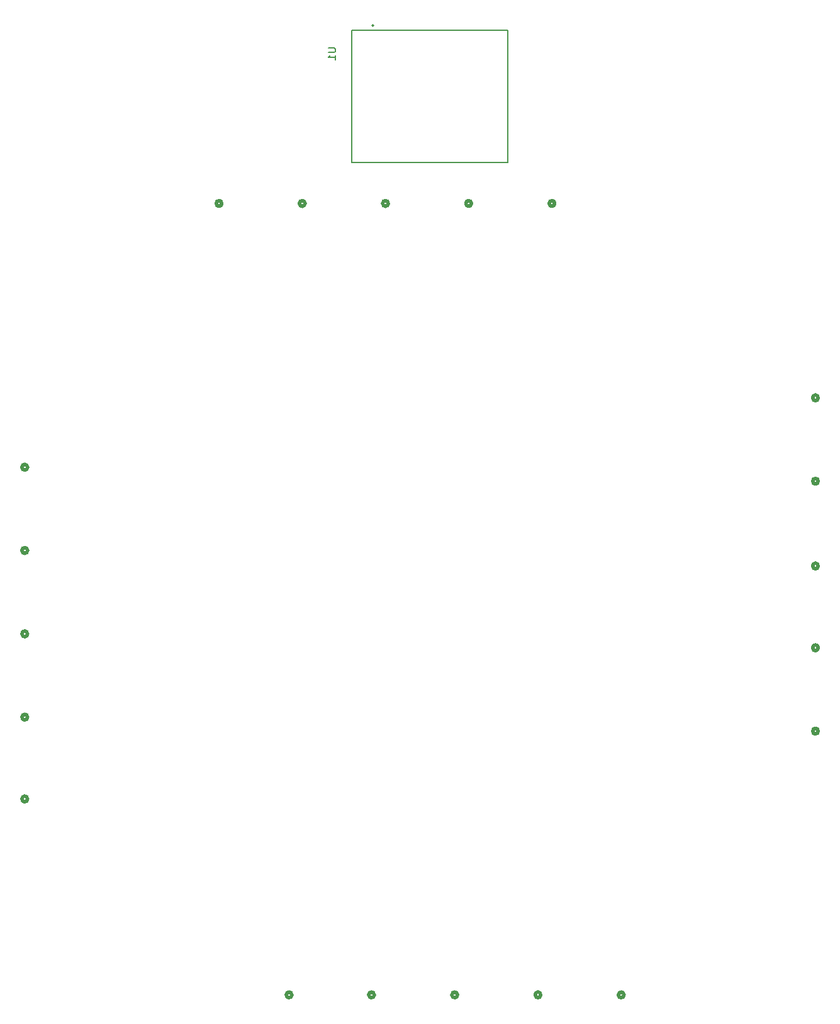
<source format=gbr>
%TF.GenerationSoftware,KiCad,Pcbnew,9.0.2*%
%TF.CreationDate,2025-07-05T18:40:33-07:00*%
%TF.ProjectId,ddi_1.2,6464695f-312e-4322-9e6b-696361645f70,rev?*%
%TF.SameCoordinates,Original*%
%TF.FileFunction,Legend,Bot*%
%TF.FilePolarity,Positive*%
%FSLAX46Y46*%
G04 Gerber Fmt 4.6, Leading zero omitted, Abs format (unit mm)*
G04 Created by KiCad (PCBNEW 9.0.2) date 2025-07-05 18:40:33*
%MOMM*%
%LPD*%
G01*
G04 APERTURE LIST*
%ADD10C,0.150000*%
%ADD11C,0.508000*%
%ADD12C,0.127000*%
%ADD13C,0.200000*%
G04 APERTURE END LIST*
D10*
X137636319Y-25903095D02*
X138445842Y-25903095D01*
X138445842Y-25903095D02*
X138541080Y-25950714D01*
X138541080Y-25950714D02*
X138588700Y-25998333D01*
X138588700Y-25998333D02*
X138636319Y-26093571D01*
X138636319Y-26093571D02*
X138636319Y-26284047D01*
X138636319Y-26284047D02*
X138588700Y-26379285D01*
X138588700Y-26379285D02*
X138541080Y-26426904D01*
X138541080Y-26426904D02*
X138445842Y-26474523D01*
X138445842Y-26474523D02*
X137636319Y-26474523D01*
X138636319Y-27474523D02*
X138636319Y-26903095D01*
X138636319Y-27188809D02*
X137636319Y-27188809D01*
X137636319Y-27188809D02*
X137779176Y-27093571D01*
X137779176Y-27093571D02*
X137874414Y-26998333D01*
X137874414Y-26998333D02*
X137922033Y-26903095D01*
D11*
%TO.C,SW7*%
X203581000Y-84139100D02*
G75*
G02*
X202819000Y-84139100I-381000J0D01*
G01*
X202819000Y-84139100D02*
G75*
G02*
X203581000Y-84139100I381000J0D01*
G01*
%TO.C,SW17*%
X97181000Y-115860900D02*
G75*
G02*
X96419000Y-115860900I-381000J0D01*
G01*
X96419000Y-115860900D02*
G75*
G02*
X97181000Y-115860900I381000J0D01*
G01*
%TO.C,SW20*%
X97181000Y-82260900D02*
G75*
G02*
X96419000Y-82260900I-381000J0D01*
G01*
X96419000Y-82260900D02*
G75*
G02*
X97181000Y-82260900I381000J0D01*
G01*
%TO.C,SW5*%
X168120100Y-46800000D02*
G75*
G02*
X167358100Y-46800000I-381000J0D01*
G01*
X167358100Y-46800000D02*
G75*
G02*
X168120100Y-46800000I381000J0D01*
G01*
%TO.C,SW6*%
X203581000Y-72939100D02*
G75*
G02*
X202819000Y-72939100I-381000J0D01*
G01*
X202819000Y-72939100D02*
G75*
G02*
X203581000Y-72939100I381000J0D01*
G01*
%TO.C,SW13*%
X155041899Y-153200000D02*
G75*
G02*
X154279899Y-153200000I-381000J0D01*
G01*
X154279899Y-153200000D02*
G75*
G02*
X155041899Y-153200000I381000J0D01*
G01*
%TO.C,SW9*%
X203581000Y-106539100D02*
G75*
G02*
X202819000Y-106539100I-381000J0D01*
G01*
X202819000Y-106539100D02*
G75*
G02*
X203581000Y-106539100I381000J0D01*
G01*
%TO.C,SW8*%
X203581000Y-95539100D02*
G75*
G02*
X202819000Y-95539100I-381000J0D01*
G01*
X202819000Y-95539100D02*
G75*
G02*
X203581000Y-95539100I381000J0D01*
G01*
%TO.C,SW12*%
X166241899Y-153200000D02*
G75*
G02*
X165479899Y-153200000I-381000J0D01*
G01*
X165479899Y-153200000D02*
G75*
G02*
X166241899Y-153200000I381000J0D01*
G01*
%TO.C,SW1*%
X123320100Y-46800000D02*
G75*
G02*
X122558100Y-46800000I-381000J0D01*
G01*
X122558100Y-46800000D02*
G75*
G02*
X123320100Y-46800000I381000J0D01*
G01*
%TO.C,SW18*%
X97181000Y-104660900D02*
G75*
G02*
X96419000Y-104660900I-381000J0D01*
G01*
X96419000Y-104660900D02*
G75*
G02*
X97181000Y-104660900I381000J0D01*
G01*
%TO.C,SW15*%
X132741899Y-153200000D02*
G75*
G02*
X131979899Y-153200000I-381000J0D01*
G01*
X131979899Y-153200000D02*
G75*
G02*
X132741899Y-153200000I381000J0D01*
G01*
%TO.C,SW2*%
X134520100Y-46800000D02*
G75*
G02*
X133758100Y-46800000I-381000J0D01*
G01*
X133758100Y-46800000D02*
G75*
G02*
X134520100Y-46800000I381000J0D01*
G01*
%TO.C,SW3*%
X145720100Y-46800000D02*
G75*
G02*
X144958100Y-46800000I-381000J0D01*
G01*
X144958100Y-46800000D02*
G75*
G02*
X145720100Y-46800000I381000J0D01*
G01*
%TO.C,SW11*%
X177441899Y-153200000D02*
G75*
G02*
X176679899Y-153200000I-381000J0D01*
G01*
X176679899Y-153200000D02*
G75*
G02*
X177441899Y-153200000I381000J0D01*
G01*
%TO.C,SW16*%
X97181000Y-126860900D02*
G75*
G02*
X96419000Y-126860900I-381000J0D01*
G01*
X96419000Y-126860900D02*
G75*
G02*
X97181000Y-126860900I381000J0D01*
G01*
%TO.C,SW14*%
X143841899Y-153200000D02*
G75*
G02*
X143079899Y-153200000I-381000J0D01*
G01*
X143079899Y-153200000D02*
G75*
G02*
X143841899Y-153200000I381000J0D01*
G01*
%TO.C,SW19*%
X97181000Y-93460900D02*
G75*
G02*
X96419000Y-93460900I-381000J0D01*
G01*
X96419000Y-93460900D02*
G75*
G02*
X97181000Y-93460900I381000J0D01*
G01*
%TO.C,SW4*%
X156920100Y-46800000D02*
G75*
G02*
X156158100Y-46800000I-381000J0D01*
G01*
X156158100Y-46800000D02*
G75*
G02*
X156920100Y-46800000I381000J0D01*
G01*
%TO.C,SW10*%
X203581000Y-117739100D02*
G75*
G02*
X202819000Y-117739100I-381000J0D01*
G01*
X202819000Y-117739100D02*
G75*
G02*
X203581000Y-117739100I381000J0D01*
G01*
D12*
%TO.C,U1*%
X140839000Y-23490000D02*
X161794000Y-23490000D01*
X140839000Y-41270000D02*
X140839000Y-23490000D01*
X161794000Y-23490000D02*
X161794000Y-41270000D01*
X161794000Y-41270000D02*
X140839000Y-41270000D01*
D13*
X143733000Y-22880000D02*
G75*
G02*
X143533000Y-22880000I-100000J0D01*
G01*
X143533000Y-22880000D02*
G75*
G02*
X143733000Y-22880000I100000J0D01*
G01*
%TD*%
M02*

</source>
